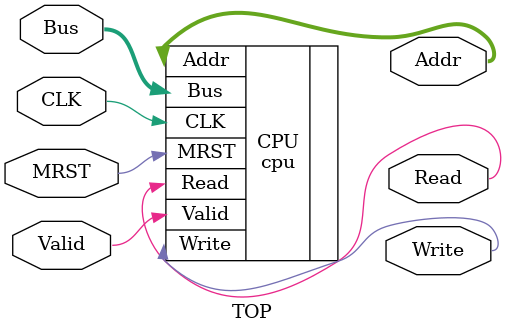
<source format=v>

`include "mips.h"
`include "cache.h"
`ifdef NOSYNTH
`define MEM_DELAY	#202

module TOP;
   
   wire [31:0] 	Bus;
   reg [31:0] 	BusReg;
   
   reg		MRST, CLK;
   
   wire [31:0] 	Addr;			// Address Bus between cpu & memory
   wire		Read;			// Bus Read
   wire		Write;			// Bus Write
   reg		Valid;			// Valid signal for cache fill
   
   reg 		startRead;
   reg [`D_WO_WIDTH-1:0] currentWord;
   reg 			 scheduled;
   
   // Create a 50% duty cycle clock
   initial begin
      CLK = 1;
      forever begin
	 `PHASE
	   CLK = 0;
	 `PHASE
	   CLK = 1;
      end 
   end 
   
   // This holds reset long enough to clear all the machine state
   initial begin
      MRST = 1;
      #86 MRST = 0;
   end 
   
   // This block is a good place to put $monitor or $dump statements
   initial
     begin
	$seed_mm;
	
	// I$ and D$ creation.
	// The args are:
	// associativity, linesize, number of lines
	
	$create_icache(4, 32, 256);
	$create_dcache(4, 32, 256);
	
     end
   
   // Memory system
   // The interface here is simple:
   //
   // Writes:
   //
   // At the posedge of the clock, if the Write signal is asserted,
   // store the word on the Bus to memory at the address on the Addr bus.
   //
   // Reads:
   // 
   // "Reads" are any kind of cache fill from the processor (note these
   // could be triggered by a load miss or a store miss, it doesn't matter)
   // At the posedge of the clock, if the Read signal is sensed the scheduled
   // signal is set, which indicates that a memory request will be served.
   // At the same time, the startRead signal is scheduled to be asserted
   // MEM_DELAY ticks later. When startRead is high and Read signal is still set,
   // the memory system places the word at Addr (which is still being driven
   // by the cpu) onto the Bus. For length MAX_OFFSET+1 cycles, the memory system
   // increments the local Addr by 4 and drives the next word on the Bus.
   // The Valid line is asserted as long as the memory system is producing
   // Valid data. After the last word in the cache line is driven,
   // the Valid line and scheduled signal are de-asserted. At that time
   // (when the read of all values is complete), the Read signal must also be
   // set low.
   
   always @(posedge CLK) begin
      if (MRST) begin
	 Valid       <= `TICK 1'b0;
	 currentWord <= `TICK 0;
	 startRead   <= `TICK 1'b0;
	 scheduled   <= `TICK 1'b0;
      end
      
      if (Read & !scheduled) begin
	 startRead <= `MEM_DELAY 1'b1;
	 scheduled <= `TICK 1'b1;
      end
      
      if (startRead) begin
	 if(Read) begin
            // Note that this implies a line size of 4 words.  It is also
            // what dictates that the I$ and the D$ have the same line size.
            // You can change the line size in the cache creation statements
            // above, but you must also change the following line, and 	
            // the defines in cache.h
            BusReg <= `TICK $load_mm({Addr[31:5], currentWord[2:0], 2'b0});
            Valid  <= `TICK 1;
            if (currentWord != `MAX_OFFSET) begin
	       currentWord <= `TICK currentWord + 1;
            end
            else begin
	       startRead <= `TICK 1'b0;
            end
	 end
	 else begin  
            Valid       <= `TICK 1'b0;
            scheduled   <= `TICK 1'b0;
            startRead   <= `TICK 1'b0;
            currentWord <= `TICK 0;
	 end
      end
      else begin
	 Valid <= `TICK 1'b0;
	 if(currentWord != 0) begin
            scheduled   <= `TICK 1'b0;
            currentWord <= `TICK 0;
	 end
      end
      
      // Handle writes to the memory system.  Partial word writes are now
      // handled in the cache!
      if (Write) begin
	 //$display("Time: %d",$time);
	 $store_mm(Addr,Bus);
	 
      end
   end // always @ (posedge CLK)
   // Drive Bus with BusReg unless a write is in progress
   assign Bus =(~Write) ? BusReg : 32'bz;

   //---------------------------------------------------------------------
   // This is the R3000
   cpu	CPU			// Instantiate CPU
     (
      .CLK	(CLK),
      .MRST	(MRST),
      .Bus	(Bus),
      .Addr  	(Addr),
      .Write 	(Write),
      .Read  	(Read),
      .Valid  	(Valid)
      );
   
   
   
endmodule
`endif //  `ifdef NOSYNTH


`ifndef NOSYNTH

module TOP (MRST,CLK,Bus,Addr,Write,Read,Valid);
   
   inout [31:0] 	Bus;

   
   input		MRST;

   input 		CLK;
   
   output [31:0] 	Addr;			// Address Bus between cpu & memory
   output		Read;			// Bus Read
   output		Write;			// Bus Write
   input		Valid;			// Valid signal for cache fill
   
   //---------------------------------------------------------------------
   // This is the R3000
   cpu	CPU			// Instantiate CPU
     (
      .CLK	(CLK),
      .MRST	(MRST),
      .Bus	(Bus),
      .Addr  	(Addr),
      .Write 	(Write),
      .Read  	(Read),
      .Valid  	(Valid)
      );
   
endmodule

`endif

</source>
